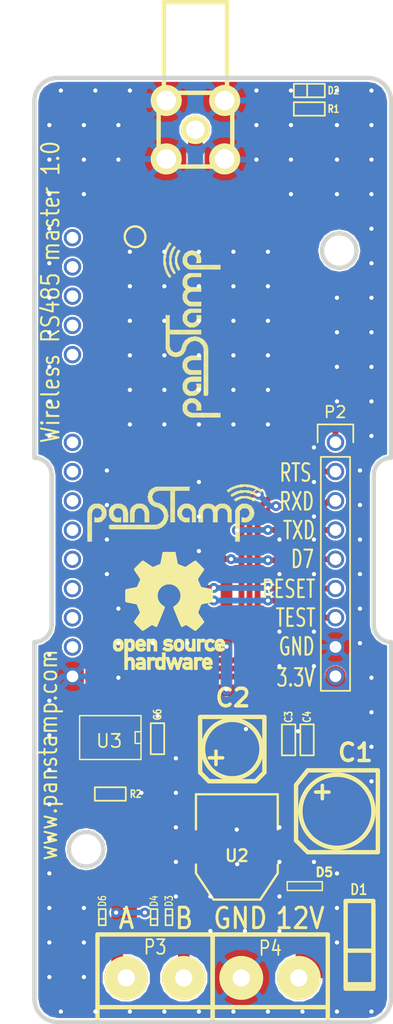
<source format=kicad_pcb>
(kicad_pcb (version 4) (host pcbnew 4.1.0-alpha+201607250104+6992~46~ubuntu14.04.1-product)
  (title_block (title "panStamp RS485 master") (date 2016-07-26) (rev 1.0) (company "panStamp S.L.U."))
  (layers (0 Front signal) (1 Ground power) (2 Power power) (31 Back signal) (34 B.Paste user) (35 F.Paste user) (36 B.SilkS user) (37 F.SilkS user) (38 B.Mask user) (39 F.Mask user) (44 Edge.Cuts user))
  (net 0 "")
  (net 1 /RESET)
  (net 2 GND)
  (net 3 /TEST)
  (net 4 /D7)
  (net 5 "Net-(C1-Pad1)")
  (net 6 +3.3V)
  (net 7 +12V)
  (net 8 "Net-(D2-Pad2)")
  (net 9 /D3)
  (net 10 /RTS)
  (net 11 /RXD)
  (net 12 /TXD)
  (net 13 /RS485_A)
  (net 14 /RS485_B)
  (net 15 "Net-(PS1-Pad23)")
  (net 16 "Net-(PS1-Pad24)")
  (net 17 "Net-(PS1-Pad25)")
  (net 18 "Net-(PS1-Pad31)")
  (net 19 "Net-(P1-Pad1)")
  (net 20 "Net-(P1-Pad2)")
  (net 21 "Net-(P1-Pad3)")
  (net 22 "Net-(P1-Pad4)")
  (net 23 "Net-(P1-Pad5)")
  (net 24 "Net-(P1-Pad6)")
  (net 25 "Net-(P1-Pad7)")
  (net 26 "Net-(P1-Pad8)")
  (net 27 "Net-(P1-Pad9)")
  (net 28 "Net-(P1-Pad10)")
  (net 29 "Net-(P1-Pad11)")
  (net 30 "Net-(P1-Pad12)")
  (net 31 "Net-(P1-Pad13)")
  (net 32 "Net-(PS1-Pad1)")
  (net 33 "Net-(PS1-Pad2)")
  (net 34 "Net-(PS1-Pad3)")
  (net 35 "Net-(PS1-Pad4)")
  (net 36 "Net-(PS1-Pad5)")
  (net 37 "Net-(PS1-Pad6)")
  (net 38 "Net-(PS1-Pad7)")
  (net 39 "Net-(PS1-Pad8)")
  (net 40 "Net-(PS1-Pad9)")
  (net 41 "Net-(PS1-Pad10)")
  (net 42 "Net-(PS1-Pad20)")
  (net 43 "Net-(PS1-Pad21)")
  (net 44 "Net-(PS1-Pad22)")
  (net 45 "Net-(PS1-Pad26)")
  (net 46 "Net-(PS1-Pad27)")
  (module myconnectors:terminal_block_5mm_2P (layer Front) (at 162.2 121.1)
    (fp_text reference P3 (at 0 -2.7 180) (layer F.SilkS) (effects (font (size 1.27 1.016) (thickness 0.1524))))
    (fp_text value CONN_01X02 hide)
    (pad 1 thru_hole circle (at -2.51714 -0.0254) (size 3.81 3.81) (drill 1.4986) (layers *.Cu *.Mask F.SilkS) (net 13 /RS485_A))
    (pad 2 thru_hole circle (at 2.48412 -0.0254) (size 3.81 3.81) (drill 1.4986) (layers *.Cu *.Mask F.SilkS) (net 14 /RS485_B))
  )
  (module myconnectors:terminal_block_5mm_2P (layer Front) (at 172.2 121.1)
    (fp_text reference P4 (at 0 -2.6 180) (layer F.SilkS) (effects (font (size 1.27 1.016) (thickness 0.1524))))
    (fp_text value CONN_01X02 hide)
    (pad 1 thru_hole circle (at -2.51714 -0.0254) (size 3.81 3.81) (drill 1.4986) (layers *.Cu *.Mask F.SilkS) (net 2 GND))
    (pad 2 thru_hole circle (at 2.48412 -0.0254) (size 3.81 3.81) (drill 1.4986) (layers *.Cu *.Mask F.SilkS) (net 7 +12V))
  )
  (module myconnectors:pin_array_1x14 (layer Front) (at 155.01 78.57 270)
    (fp_text reference P1 hide)
    (fp_text value CONN_01X14 hide)
    (pad 1 thru_hole circle (at -21.79 0 270) (size 1.524 1.524) (drill 1.016) (layers *.Cu *.Mask) (net 19 "Net-(P1-Pad1)"))
    (pad 2 thru_hole circle (at -19.25 0 270) (size 1.524 1.524) (drill 1.016) (layers *.Cu *.Mask) (net 20 "Net-(P1-Pad2)"))
    (pad 3 thru_hole circle (at -16.71 0 270) (size 1.524 1.524) (drill 1.016) (layers *.Cu *.Mask) (net 21 "Net-(P1-Pad3)"))
    (pad 4 thru_hole circle (at -14.17 0 270) (size 1.524 1.524) (drill 1.016) (layers *.Cu *.Mask) (net 22 "Net-(P1-Pad4)"))
    (pad 5 thru_hole circle (at -11.63 0 270) (size 1.524 1.524) (drill 1.016) (layers *.Cu *.Mask) (net 23 "Net-(P1-Pad5)"))
    (pad 6 thru_hole circle (at -4.01 0 270) (size 1.524 1.524) (drill 1.016) (layers *.Cu *.Mask) (net 24 "Net-(P1-Pad6)"))
    (pad 7 thru_hole circle (at -1.47 0 270) (size 1.524 1.524) (drill 1.016) (layers *.Cu *.Mask) (net 25 "Net-(P1-Pad7)"))
    (pad 8 thru_hole circle (at 1.07 0 270) (size 1.524 1.524) (drill 1.016) (layers *.Cu *.Mask) (net 26 "Net-(P1-Pad8)"))
    (pad 9 thru_hole circle (at 3.61 0 270) (size 1.524 1.524) (drill 1.016) (layers *.Cu *.Mask) (net 27 "Net-(P1-Pad9)"))
    (pad 10 thru_hole circle (at 6.15 0 270) (size 1.524 1.524) (drill 1.016) (layers *.Cu *.Mask) (net 28 "Net-(P1-Pad10)"))
    (pad 11 thru_hole circle (at 8.69 0 270) (size 1.524 1.524) (drill 1.016) (layers *.Cu *.Mask) (net 29 "Net-(P1-Pad11)"))
    (pad 12 thru_hole circle (at 11.23 0 270) (size 1.524 1.524) (drill 1.016) (layers *.Cu *.Mask) (net 30 "Net-(P1-Pad12)"))
    (pad 13 thru_hole circle (at 13.77 0 270) (size 1.524 1.524) (drill 1.016) (layers *.Cu *.Mask) (net 31 "Net-(P1-Pad13)"))
    (pad 14 thru_hole circle (at 16.31 0 270) (size 1.524 1.524) (drill 1.016) (layers *.Cu *.Mask) (net 2 GND))
  )
  (module mymods:PANSTAMPLOGO (layer Front) (at 162.6 72.4 90)
    (fp_text reference G*** hide)
    (fp_text value PANSTAMPLOGO hide)
  )
  (module mysmd:PANSTAMP_2 (layer Front) (at 165.7 64.7)
    (fp_text reference PS1 hide)
    (fp_text value PANSTAMP_NRG2 hide)
    (pad 1 smd rect (at -8.1 -9) (size 2.2 1.4) (layers Front F.Mask) (net 32 "Net-(PS1-Pad1)"))
    (pad 2 smd rect (at -8.1 -7) (size 2.2 1.4) (layers Front F.Mask) (net 33 "Net-(PS1-Pad2)"))
    (pad 3 smd rect (at -8.1 -5) (size 2.2 1.4) (layers Front F.Mask) (net 34 "Net-(PS1-Pad3)"))
    (pad 4 smd rect (at -8.1 -3) (size 2.2 1.4) (layers Front F.Mask) (net 35 "Net-(PS1-Pad4)"))
    (pad 5 smd rect (at -8.1 -1) (size 2.2 1.4) (layers Front F.Mask) (net 36 "Net-(PS1-Pad5)"))
    (pad 6 smd rect (at -8.1 1) (size 2.2 1.4) (layers Front F.Mask) (net 37 "Net-(PS1-Pad6)"))
    (pad 7 smd rect (at -8.1 3) (size 2.2 1.4) (layers Front F.Mask) (net 38 "Net-(PS1-Pad7)"))
    (pad 8 smd rect (at -8.1 5) (size 2.2 1.4) (layers Front F.Mask) (net 39 "Net-(PS1-Pad8)"))
    (pad 9 smd rect (at -8.1 7) (size 2.2 1.4) (layers Front F.Mask) (net 40 "Net-(PS1-Pad9)"))
    (pad 10 smd rect (at -8.1 9) (size 2.2 1.4) (layers Front F.Mask) (net 41 "Net-(PS1-Pad10)"))
    (pad 11 smd rect (at -6 11.1 90) (size 2.2 1.4) (layers Front F.Mask) (net 3 /TEST))
    (pad 12 smd rect (at -4 11.1 90) (size 2.2 1.4) (layers Front F.Mask) (net 1 /RESET))
    (pad 13 smd rect (at -2 11.1 90) (size 2.2 1.4) (layers Front F.Mask) (net 6 +3.3V))
    (pad 14 smd rect (at 0 11.1 90) (size 2.2 1.4) (layers Front F.Mask) (net 2 GND))
    (pad 15 smd rect (at 2 11.1 90) (size 2.2 1.4) (layers Front F.Mask) (net 4 /D7))
    (pad 16 smd rect (at 4 11.1 90) (size 2.2 1.4) (layers Front F.Mask) (net 12 /TXD))
    (pad 17 smd rect (at 6 11.1 90) (size 2.2 1.4) (layers Front F.Mask) (net 11 /RXD))
    (pad 18 smd rect (at 8.1 9) (size 2.2 1.4) (layers Front F.Mask) (net 10 /RTS))
    (pad 19 smd rect (at 8.1 7) (size 2.2 1.4) (layers Front F.Mask) (net 9 /D3))
    (pad 20 smd rect (at 8.1 5) (size 2.2 1.4) (layers Front F.Mask) (net 42 "Net-(PS1-Pad20)"))
    (pad 21 smd rect (at 8.1 3) (size 2.2 1.4) (layers Front F.Mask) (net 43 "Net-(PS1-Pad21)"))
    (pad 22 smd rect (at 8.1 1) (size 2.2 1.4) (layers Front F.Mask) (net 44 "Net-(PS1-Pad22)"))
    (pad 23 smd rect (at 8.1 -1) (size 2.2 1.4) (layers Front F.Mask) (net 15 "Net-(PS1-Pad23)"))
    (pad 24 smd rect (at 8.1 -3) (size 2.2 1.4) (layers Front F.Mask) (net 16 "Net-(PS1-Pad24)"))
    (pad 25 smd rect (at 8.1 -5) (size 2.2 1.4) (layers Front F.Mask) (net 17 "Net-(PS1-Pad25)"))
    (pad 26 smd rect (at 8.1 -7) (size 2.2 1.4) (layers Front F.Mask) (net 45 "Net-(PS1-Pad26)"))
    (pad 27 smd rect (at 8.1 -9) (size 2.2 1.4) (layers Front F.Mask) (net 46 "Net-(PS1-Pad27)"))
    (pad 28 smd rect (at 6 -11.1 90) (size 2.2 1.4) (layers Front F.Mask) (net 2 GND))
    (pad 29 smd rect (at 4 -11.1 90) (size 2.2 1.4) (layers Front F.Mask) (net 2 GND))
    (pad 30 smd rect (at 2 -11.1 90) (size 2.2 1.4) (layers Front F.Mask) (net 2 GND))
    (pad 31 smd rect (at 0 -11.1 90) (size 2.2 1.4) (layers Front F.Mask) (net 18 "Net-(PS1-Pad31)"))
    (pad 32 smd rect (at -2 -11.1 90) (size 2.2 1.4) (layers Front F.Mask) (net 2 GND))
    (pad 33 smd rect (at -4 -11.1 90) (size 2.2 1.4) (layers Front F.Mask) (net 2 GND))
    (pad 34 smd rect (at -6 -11.1 90) (size 2.2 1.4) (layers Front F.Mask) (net 2 GND))
  )
  (module mysmd:SMDCPOL_6.3 (layer Front) (at 178 106.6)
    (fp_text reference C1 (at 1.6 -5.1) (layer F.SilkS) (effects (font (thickness 0.3048))))
    (fp_text value 47u hide)
    (fp_text user + (at -1.27 -1.778) (layer F.SilkS) (effects (font (thickness 0.3048))))
    (pad 2 smd rect (at 2.286 0) (size 2.79908 1.00076) (layers Front F.Paste F.Mask) (net 2 GND))
    (pad 1 smd rect (at -2.286 0) (size 2.79908 1.00076) (layers Front F.Paste F.Mask) (net 5 "Net-(C1-Pad1)"))
  )
  (module mysmd:SMDCPOL_5 (layer Front) (at 168.9 101.2 90)
    (fp_text reference C2 (at 4.45 0.05 180) (layer F.SilkS) (effects (font (thickness 0.3048))))
    (fp_text value 22u hide)
    (fp_text user + (at -0.762 -1.524 90) (layer F.SilkS) (effects (font (thickness 0.3048))))
    (pad 1 smd rect (at -1.778 0 90) (size 2.49936 1.00076) (layers Front F.Paste F.Mask) (net 6 +3.3V))
    (pad 2 smd rect (at 1.778 0 90) (size 2.49936 1.00076) (layers Front F.Paste F.Mask) (net 2 GND))
  )
  (module mysmd:SM0603S (layer Front) (at 173.8 100.4 90)
    (fp_text reference C3 (at 2 0 90) (layer F.SilkS) (effects (font (size 0.635 0.508) (thickness 0.127))))
    (fp_text value 1u hide)
    (pad 2 smd rect (at 0.7493 0 90) (size 0.7874 0.762) (layers Front F.Paste F.Mask) (net 2 GND))
    (pad 1 smd rect (at -0.7493 0 90) (size 0.7874 0.762) (layers Front F.Paste F.Mask) (net 6 +3.3V))
  )
  (module mysmd:SM0603S (layer Front) (at 175.4 100.4 90)
    (fp_text reference C4 (at 2 0 90) (layer F.SilkS) (effects (font (size 0.635 0.508) (thickness 0.127))))
    (fp_text value 100n hide)
    (pad 2 smd rect (at 0.7493 0 90) (size 0.7874 0.762) (layers Front F.Paste F.Mask) (net 2 GND))
    (pad 1 smd rect (at -0.7493 0 90) (size 0.7874 0.762) (layers Front F.Paste F.Mask) (net 6 +3.3V))
  )
  (module mysmd:SM0603S (layer Front) (at 162.4 100.3 90)
    (fp_text reference C6 (at 2.1 0 90) (layer F.SilkS) (effects (font (size 0.635 0.508) (thickness 0.127))))
    (fp_text value 100n hide)
    (pad 2 smd rect (at 0.7493 0 90) (size 0.7874 0.762) (layers Front F.Paste F.Mask) (net 2 GND))
    (pad 1 smd rect (at -0.7493 0 90) (size 0.7874 0.762) (layers Front F.Paste F.Mask) (net 6 +3.3V))
  )
  (module mysmd:SMA (layer Front) (at 179.9 118.2 270)
    (fp_text reference D1 (at -4.8 0) (layer F.SilkS) (effects (font (size 0.889 0.762) (thickness 0.1524))))
    (fp_text value DIODESCH hide)
    (pad 2 smd rect (at -1.99898 0 270) (size 2.50952 1.70942) (layers Front F.Paste F.Mask) (net 5 "Net-(C1-Pad1)"))
    (pad 1 smd rect (at 1.99898 0 270) (size 2.50952 1.70942) (layers Front F.Paste F.Mask) (net 7 +12V))
  )
  (module mysmd:SM0603S_POL (layer Front) (at 175.6 44 180)
    (fp_text reference D2 (at -2.1 0 180) (layer F.SilkS) (effects (font (size 0.635 0.508) (thickness 0.127))))
    (fp_text value LED hide)
    (pad 1 smd rect (at 0.7493 0 180) (size 0.7874 0.762) (layers Front F.Paste F.Mask) (net 2 GND))
    (pad 2 smd rect (at -0.7493 0 180) (size 0.7874 0.762) (layers Front F.Paste F.Mask) (net 8 "Net-(D2-Pad2)"))
  )
  (module mysmd:SM0603S (layer Front) (at 175.6 45.6)
    (fp_text reference R1 (at 2.1 0) (layer F.SilkS) (effects (font (size 0.635 0.508) (thickness 0.127))))
    (fp_text value 470 hide)
    (pad 2 smd rect (at 0.7493 0) (size 0.7874 0.762) (layers Front F.Paste F.Mask) (net 8 "Net-(D2-Pad2)"))
    (pad 1 smd rect (at -0.7493 0) (size 0.7874 0.762) (layers Front F.Paste F.Mask) (net 46 "Net-(PS1-Pad27)"))
  )
  (module mysmd:SM0603S (layer Front) (at 158.3 105.1)
    (fp_text reference R2 (at 2.2 0) (layer F.SilkS) (effects (font (size 0.635 0.508) (thickness 0.127))))
    (fp_text value 120 hide)
    (pad 2 smd rect (at 0.7493 0) (size 0.7874 0.762) (layers Front F.Paste F.Mask) (net 14 /RS485_B))
    (pad 1 smd rect (at -0.7493 0) (size 0.7874 0.762) (layers Front F.Paste F.Mask) (net 13 /RS485_A))
  )
  (module myconnectors:SMA_RightAngle_Tyco (layer Front) (at 165.7 47.4)
    (fp_text reference U1 hide)
    (fp_text value ANTENNA hide)
    (pad 1 thru_hole circle (at 0 0) (size 2.49936 2.49936) (drill 1.6002) (layers *.Cu *.Mask F.SilkS) (net 18 "Net-(PS1-Pad31)"))
    (pad 2 thru_hole circle (at 2.54 -2.54) (size 2.70002 2.70002) (drill 1.69926) (layers *.Cu *.Mask F.SilkS) (net 2 GND))
    (pad 2 thru_hole circle (at -2.54 -2.54) (size 2.70002 2.70002) (drill 1.69926) (layers *.Cu *.Mask F.SilkS) (net 2 GND))
    (pad 2 thru_hole circle (at -2.54 2.54) (size 2.70002 2.70002) (drill 1.69926) (layers *.Cu *.Mask F.SilkS) (net 2 GND))
    (pad 2 thru_hole circle (at 2.54 2.54) (size 2.70002 2.70002) (drill 1.69926) (layers *.Cu *.Mask F.SilkS) (net 2 GND))
  )
  (module libcms:SOT223 (layer Front) (at 169.3 109.7 180)
    (fp_text reference U2 (at 0 -0.762 180) (layer F.SilkS) (effects (font (size 1.016 1.016) (thickness 0.2032))))
    (fp_text value UA78M33 hide)
    (pad 4 smd rect (at 0 -3.302 180) (size 3.6576 2.032) (layers Front F.Paste F.Mask) (net 2 GND))
    (pad 2 smd rect (at 0 3.302 180) (size 1.016 2.032) (layers Front F.Paste F.Mask) (net 2 GND))
    (pad 3 smd rect (at 2.286 3.302 180) (size 1.016 2.032) (layers Front F.Paste F.Mask) (net 6 +3.3V))
    (pad 1 smd rect (at -2.286 3.302 180) (size 1.016 2.032) (layers Front F.Paste F.Mask) (net 5 "Net-(C1-Pad1)"))
  )
  (module libcms:SO8E (layer Front) (at 158.3 100.2 180)
    (fp_text reference U3 (at 0.1 -0.3 180) (layer F.SilkS) (effects (font (size 1.143 1.143) (thickness 0.1524))))
    (fp_text value MAX487 hide)
    (pad 8 smd rect (at -1.905 -2.667 180) (size 0.59944 1.39954) (layers Front F.Paste F.Mask) (net 6 +3.3V))
    (pad 1 smd rect (at -1.905 2.667 180) (size 0.59944 1.39954) (layers Front F.Paste F.Mask) (net 11 /RXD))
    (pad 7 smd rect (at -0.635 -2.667 180) (size 0.59944 1.39954) (layers Front F.Paste F.Mask) (net 14 /RS485_B))
    (pad 6 smd rect (at 0.635 -2.667 180) (size 0.59944 1.39954) (layers Front F.Paste F.Mask) (net 13 /RS485_A))
    (pad 5 smd rect (at 1.905 -2.667 180) (size 0.59944 1.39954) (layers Front F.Paste F.Mask) (net 2 GND))
    (pad 2 smd rect (at -0.635 2.667 180) (size 0.59944 1.39954) (layers Front F.Paste F.Mask) (net 10 /RTS))
    (pad 3 smd rect (at 0.635 2.667 180) (size 0.59944 1.39954) (layers Front F.Paste F.Mask) (net 10 /RTS))
    (pad 4 smd rect (at 1.905 2.667 180) (size 0.59944 1.39954) (layers Front F.Paste F.Mask) (net 12 /TXD))
  )
  (module Pin_Headers:Pin_Header_Straight_1x09 (layer Front) (at 177.87 74.55)
    (fp_text reference P2 (at -0.02 -2.62) (layer F.SilkS))
    (fp_text value CONN_01X09)
    (pad 1 thru_hole circle (at 0 0) (size 1.524 1.524) (drill 1.016) (layers *.Cu *.Mask) (net 9 /D3))
    (pad 2 thru_hole circle (at 0 2.54) (size 1.524 1.524) (drill 1.016) (layers *.Cu *.Mask) (net 10 /RTS))
    (pad 3 thru_hole circle (at 0 5.08) (size 1.524 1.524) (drill 1.016) (layers *.Cu *.Mask) (net 11 /RXD))
    (pad 4 thru_hole circle (at 0 7.62) (size 1.524 1.524) (drill 1.016) (layers *.Cu *.Mask) (net 12 /TXD))
    (pad 5 thru_hole circle (at 0 10.16) (size 1.524 1.524) (drill 1.016) (layers *.Cu *.Mask) (net 4 /D7))
    (pad 6 thru_hole circle (at 0 12.7) (size 1.524 1.524) (drill 1.016) (layers *.Cu *.Mask) (net 1 /RESET))
    (pad 7 thru_hole circle (at 0 15.24) (size 1.524 1.524) (drill 1.016) (layers *.Cu *.Mask) (net 3 /TEST))
    (pad 8 thru_hole circle (at 0 17.78) (size 1.524 1.524) (drill 1.016) (layers *.Cu *.Mask) (net 2 GND))
    (pad 9 thru_hole circle (at 0 20.32) (size 1.524 1.524) (drill 1.016) (layers *.Cu *.Mask) (net 6 +3.3V))
  )
  (module mysmd:SOT23 (layer Front) (at 175.2 113.1 180)
    (fp_text reference D5 (at -1.7 1.2) (layer F.SilkS) (effects (font (size 0.762 0.762) (thickness 0.1905))))
    (fp_text value D_Schottky_x2_ACom_KKA hide)
    (pad 2 smd rect (at -0.889 -1.016 180) (size 0.9144 0.9144) (layers Front F.Paste F.Mask) (net 7 +12V))
    (pad 1 smd rect (at 0.889 -1.016 180) (size 0.9144 0.9144) (layers Front F.Paste F.Mask) (net 7 +12V))
    (pad 3 smd rect (at 0 1.016 180) (size 0.9144 0.9144) (layers Front F.Paste F.Mask) (net 2 GND))
  )
  (module mymods:PANSTAMPLOGO (layer Front) (at 156.3 77.9)
    (fp_text reference G*** hide)
    (fp_text value PANSTAMPLOGO hide)
  )
  (module mysmd:oshlogo (layer Front) (at 163.4 89.2)
    (fp_text reference G*** hide)
    (fp_text value LOGO hide)
  )
  (module mymods:fiducial (layer Front) (at 153.8 122.5)
    (fp_text reference fiducial hide)
    (fp_text value VAL** hide)
    (pad 1 smd circle (at 0 0) (size 1 1) (layers Front F.Mask) (clearance 0.5))
  )
  (module mymods:fiducial (layer Front) (at 180.3 45.4)
    (fp_text reference fiducial hide)
    (fp_text value VAL** hide)
    (pad 1 smd circle (at 0 0) (size 1 1) (layers Front F.Mask) (clearance 0.5))
  )
  (module mysmd:SOD-923 (layer Front) (at 163.4 115.8 270)
    (fp_text reference D3 (at -1.4 0 270) (layer F.SilkS) (effects (font (size 0.635 0.508) (thickness 0.1016))))
    (fp_text value TVS)
    (pad 1 smd rect (at -0.42 0 270) (size 0.36 0.25) (layers Front F.Paste F.Mask) (net 2 GND))
    (pad 2 smd rect (at 0.42 0 270) (size 0.36 0.25) (layers Front F.Paste F.Mask) (net 14 /RS485_B))
  )
  (module mysmd:SOD-923 (layer Front) (at 162.1 115.8 90)
    (fp_text reference D4 (at 1.4 0 90) (layer F.SilkS) (effects (font (size 0.635 0.508) (thickness 0.1016))))
    (fp_text value TVS)
    (pad 1 smd rect (at -0.42 0 90) (size 0.36 0.25) (layers Front F.Paste F.Mask) (net 14 /RS485_B))
    (pad 2 smd rect (at 0.42 0 90) (size 0.36 0.25) (layers Front F.Paste F.Mask) (net 13 /RS485_A))
  )
  (module mysmd:SOD-923 (layer Front) (at 157.6 115.8 90)
    (fp_text reference D6 (at 1.4 0 90) (layer F.SilkS) (effects (font (size 0.635 0.508) (thickness 0.1016))))
    (fp_text value TVS)
    (pad 1 smd rect (at -0.42 0 90) (size 0.36 0.25) (layers Front F.Paste F.Mask) (net 13 /RS485_A))
    (pad 2 smd rect (at 0.42 0 90) (size 0.36 0.25) (layers Front F.Paste F.Mask) (net 2 GND))
  )
  (gr_text RESET (at 173.8 87.3) (layer F.SilkS) (effects (font (size 1.524 1.016) (thickness 0.1778))))
  (gr_text TEST (at 174.4 89.8) (layer F.SilkS) (effects (font (size 1.524 1.016) (thickness 0.1778))))
  (gr_text RXD (at 174.5 79.7) (layer F.SilkS) (effects (font (size 1.524 1.016) (thickness 0.1778))))
  (gr_text RTS (at 174.4 77.2) (layer F.SilkS) (effects (font (size 1.524 1.016) (thickness 0.1778))))
  (gr_text TXD (at 174.7 82.2) (layer F.SilkS) (effects (font (size 1.524 1.016) (thickness 0.1778))))
  (gr_text D7 (at 175 84.7) (layer F.SilkS) (effects (font (size 1.524 1.016) (thickness 0.1778))))
  (gr_text 3.3V (at 174.4 95) (layer F.SilkS) (effects (font (size 1.524 1.016) (thickness 0.1778))))
  (gr_text GND (at 174.5 92.3) (layer F.SilkS) (effects (font (size 1.524 1.016) (thickness 0.1778))))
  (gr_text A (at 159.7 115.9) (layer F.SilkS) (effects (font (size 1.778 1.524) (thickness 0.254))))
  (gr_text "Wireless RS485 master 1.0" (at 153.1 61.5 90) (layer F.SilkS) (effects (font (size 1.524 1.27) (thickness 0.1778))))
  (gr_text GND (at 169.6 115.9) (layer F.SilkS) (effects (font (size 1.778 1.524) (thickness 0.254))))
  (gr_text 12V (at 174.8 115.9) (layer F.SilkS) (effects (font (size 1.778 1.524) (thickness 0.254))))
  (gr_text B (at 164.7 115.9) (layer F.SilkS) (effects (font (size 1.778 1.524) (thickness 0.254))))
  (gr_circle (center 178.2 57.9) (end 179.7 57.9) (layer Edge.Cuts) (width 0.381))
  (gr_circle (center 156.2 109.9) (end 157.7 109.9) (layer Edge.Cuts) (width 0.381))
  (gr_line (start 151.7 45.1) (end 151.7 44.9) (angle 90) (layer Edge.Cuts) (width 0.381))
  (gr_line (start 182.7 44.9) (end 182.7 45.1) (angle 90) (layer Edge.Cuts) (width 0.381))
  (gr_line (start 182.7 123) (end 182.7 122.7) (angle 90) (layer Edge.Cuts) (width 0.381))
  (gr_line (start 151.7 122.9) (end 151.7 122.7) (angle 90) (layer Edge.Cuts) (width 0.381))
  (gr_line (start 153.7 42.9) (end 180.7 42.9) (angle 90) (layer Edge.Cuts) (width 0.381))
  (gr_line (start 151.7 75.9) (end 151.7 45.1) (angle 90) (layer Edge.Cuts) (width 0.381))
  (gr_line (start 151.7 122.7) (end 151.7 91.9) (angle 90) (layer Edge.Cuts) (width 0.381))
  (gr_line (start 180.7 124.9) (end 153.7 124.9) (angle 90) (layer Edge.Cuts) (width 0.381))
  (gr_line (start 182.7 122.7) (end 182.7 91.9) (angle 90) (layer Edge.Cuts) (width 0.381))
  (gr_line (start 182.7 75.9) (end 182.7 45.1) (angle 90) (layer Edge.Cuts) (width 0.381))
  (gr_line (start 181.2 90.4) (end 181.2 77.4) (angle 90) (layer Edge.Cuts) (width 0.381))
  (gr_line (start 153.2 90.4) (end 153.2 77.4) (angle 90) (layer Edge.Cuts) (width 0.381))
  (gr_arc (start 151.7 90.4) (end 153.2 90.4) (angle 90) (layer Edge.Cuts) (width 0.381))
  (gr_arc (start 151.7 77.4) (end 151.7 75.9) (angle 90) (layer Edge.Cuts) (width 0.381))
  (gr_arc (start 182.7 90.4) (end 182.7 91.9) (angle 90) (layer Edge.Cuts) (width 0.381))
  (gr_arc (start 182.7 77.4) (end 181.2 77.4) (angle 90) (layer Edge.Cuts) (width 0.381))
  (gr_arc (start 153.7 122.9) (end 153.7 124.9) (angle 90) (layer Edge.Cuts) (width 0.381))
  (gr_arc (start 180.7 122.9) (end 182.7 122.9) (angle 90) (layer Edge.Cuts) (width 0.381))
  (gr_arc (start 180.7 44.9) (end 180.7 42.9) (angle 90) (layer Edge.Cuts) (width 0.381))
  (gr_arc (start 153.7 44.9) (end 151.7 44.9) (angle 90) (layer Edge.Cuts) (width 0.381))
  (gr_text www.panstamp.com (at 152.9 101.7 90) (layer F.SilkS) (effects (font (size 1.524 1.27) (thickness 0.1778))))
  (segment (start 161.7 75.8) (end 161.7 86.6) (width 0.508) (layer Front) (net 1))
  (segment (start 172.05 87.25) (end 177.87 87.25) (width 0.508) (layer Front) (net 1))
  (segment (start 172 87.2) (end 172.05 87.25) (width 0.508) (layer Front) (net 1))
  (via (at 172 87.2) (size 0.8763) (drill 0.3683) (layers Front Back) (net 1))
  (segment (start 167.3 87.2) (end 172 87.2) (width 0.508) (layer Back) (net 1))
  (via (at 167.3 87.2) (size 0.8763) (drill 0.3683) (layers Front Back) (net 1))
  (segment (start 162.3 87.2) (end 167.3 87.2) (width 0.508) (layer Front) (net 1))
  (segment (start 161.7 86.6) (end 162.3 87.2) (width 0.508) (layer Front) (net 1))
  (segment (start 169.3 113.002) (end 169.3 111.22) (width 0.508) (layer Front) (net 2))
  (via (at 169.33 111.19) (size 0.8763) (drill 0.3683) (layers Front Back) (net 2))
  (segment (start 169.3 111.22) (end 169.33 111.19) (width 0.508) (layer Front) (net 2))
  (segment (start 153 121) (end 156 121) (width 0.508) (layer Back) (net 2))
  (via (at 153 121) (size 0.8763) (drill 0.3683) (layers Front Back) (net 2))
  (via (at 156 121) (size 0.8763) (drill 0.3683) (layers Front Back) (net 2))
  (segment (start 153 118) (end 156 118) (width 0.508) (layer Back) (net 2))
  (via (at 153 118) (size 0.8763) (drill 0.3683) (layers Front Back) (net 2))
  (via (at 156 118) (size 0.8763) (drill 0.3683) (layers Front Back) (net 2))
  (segment (start 153 115) (end 156 115) (width 0.508) (layer Back) (net 2))
  (via (at 153 115) (size 0.8763) (drill 0.3683) (layers Front Back) (net 2))
  (via (at 156 115) (size 0.8763) (drill 0.3683) (layers Front Back) (net 2))
  (segment (start 158 77) (end 158 80) (width 0.508) (layer Back) (net 2))
  (via (at 158 80) (size 0.8763) (drill 0.3683) (layers Front Back) (net 2))
  (segment (start 158 83) (end 158 86) (width 0.508) (layer Back) (net 2))
  (segment (start 158 88) (end 158 86) (width 0.508) (layer Back) (net 2))
  (via (at 158 86) (size 0.8763) (drill 0.3683) (layers Front Back) (net 2))
  (segment (start 159 89) (end 159 92) (width 0.508) (layer Back) (net 2))
  (via (at 159 92) (size 0.8763) (drill 0.3683) (layers Front Back) (net 2))
  (via (at 159 89) (size 0.8763) (drill 0.3683) (layers Front Back) (net 2))
  (segment (start 159 89) (end 158 88) (width 0.508) (layer Back) (net 2))
  (via (at 158 83) (size 0.8763) (drill 0.3683) (layers Front Back) (net 2))
  (segment (start 158 80) (end 158 83) (width 0.508) (layer Back) (net 2))
  (via (at 158 77) (size 0.8763) (drill 0.3683) (layers Front Back) (net 2))
  (segment (start 181 124) (end 178 124) (width 0.508) (layer Back) (net 2))
  (via (at 178 124) (size 0.8763) (drill 0.3683) (layers Front Back) (net 2))
  (segment (start 175 124) (end 172 124) (width 0.508) (layer Back) (net 2))
  (via (at 172 124) (size 0.8763) (drill 0.3683) (layers Front Back) (net 2))
  (segment (start 169 124) (end 166 124) (width 0.508) (layer Back) (net 2))
  (via (at 166 124) (size 0.8763) (drill 0.3683) (layers Front Back) (net 2))
  (segment (start 163 124) (end 160 124) (width 0.508) (layer Back) (net 2))
  (via (at 160 124) (size 0.8763) (drill 0.3683) (layers Front Back) (net 2))
  (segment (start 157 124) (end 154 124) (width 0.508) (layer Back) (net 2))
  (segment (start 153 123) (end 154 124) (width 0.508) (layer Back) (net 2))
  (via (at 154 124) (size 0.8763) (drill 0.3683) (layers Front Back) (net 2))
  (segment (start 153 121) (end 153 118) (width 0.508) (layer Back) (net 2))
  (segment (start 153 115) (end 153 112) (width 0.508) (layer Back) (net 2))
  (via (at 153 112) (size 0.8763) (drill 0.3683) (layers Front Back) (net 2))
  (segment (start 153 109) (end 153 106) (width 0.508) (layer Back) (net 2))
  (via (at 153 106) (size 0.8763) (drill 0.3683) (layers Front Back) (net 2))
  (segment (start 153 103) (end 153 100) (width 0.508) (layer Back) (net 2))
  (via (at 153 100) (size 0.8763) (drill 0.3683) (layers Front Back) (net 2))
  (via (at 153 97) (size 0.8763) (drill 0.3683) (layers Front Back) (net 2))
  (segment (start 153 100) (end 153 97) (width 0.508) (layer Back) (net 2))
  (via (at 153 103) (size 0.8763) (drill 0.3683) (layers Front Back) (net 2))
  (segment (start 153 106) (end 153 103) (width 0.508) (layer Back) (net 2))
  (via (at 153 109) (size 0.8763) (drill 0.3683) (layers Front Back) (net 2))
  (segment (start 153 112) (end 153 109) (width 0.508) (layer Back) (net 2))
  (segment (start 153 118) (end 153 115) (width 0.508) (layer Back) (net 2))
  (segment (start 153 121) (end 153 123) (width 0.508) (layer Back) (net 2))
  (via (at 157 124) (size 0.8763) (drill 0.3683) (layers Front Back) (net 2))
  (segment (start 160 124) (end 157 124) (width 0.508) (layer Back) (net 2))
  (via (at 163 124) (size 0.8763) (drill 0.3683) (layers Front Back) (net 2))
  (segment (start 166 124) (end 163 124) (width 0.508) (layer Back) (net 2))
  (via (at 169 124) (size 0.8763) (drill 0.3683) (layers Front Back) (net 2))
  (segment (start 172 124) (end 169 124) (width 0.508) (layer Back) (net 2))
  (via (at 175 124) (size 0.8763) (drill 0.3683) (layers Front Back) (net 2))
  (segment (start 178 124) (end 175 124) (width 0.508) (layer Back) (net 2))
  (via (at 181 124) (size 0.8763) (drill 0.3683) (layers Front Back) (net 2))
  (segment (start 153 93) (end 153 97) (width 0.508) (layer Back) (net 2))
  (segment (start 154.12 94.88) (end 153 96) (width 0.508) (layer Back) (net 2))
  (segment (start 153 96) (end 153 97) (width 0.508) (layer Back) (net 2))
  (segment (start 154.12 94.88) (end 155.01 94.88) (width 0.508) (layer Back) (net 2))
  (via (at 153 93) (size 0.8763) (drill 0.3683) (layers Front Back) (net 2))
  (segment (start 165 92) (end 162 92) (width 0.508) (layer Back) (net 2))
  (via (at 162 92) (size 0.8763) (drill 0.3683) (layers Front Back) (net 2))
  (segment (start 159 92) (end 159 95) (width 0.508) (layer Back) (net 2))
  (segment (start 158.88 94.88) (end 159 95) (width 0.508) (layer Back) (net 2))
  (via (at 159 95) (size 0.8763) (drill 0.3683) (layers Front Back) (net 2))
  (segment (start 158.88 94.88) (end 155.01 94.88) (width 0.508) (layer Back) (net 2))
  (segment (start 162 92) (end 159 92) (width 0.508) (layer Back) (net 2))
  (via (at 165 92) (size 0.8763) (drill 0.3683) (layers Front Back) (net 2))
  (segment (start 164 105) (end 161 105) (width 0.508) (layer Back) (net 2))
  (via (at 164 105) (size 0.8763) (drill 0.3683) (layers Front Back) (net 2))
  (via (at 161 105) (size 0.8763) (drill 0.3683) (layers Front Back) (net 2))
  (segment (start 164 102) (end 164 105) (width 0.508) (layer Back) (net 2))
  (segment (start 164 108) (end 164 111) (width 0.508) (layer Back) (net 2))
  (via (at 164 111) (size 0.8763) (drill 0.3683) (layers Front Back) (net 2))
  (segment (start 164 114) (end 167 114) (width 0.508) (layer Back) (net 2))
  (via (at 167 114) (size 0.8763) (drill 0.3683) (layers Front Back) (net 2))
  (segment (start 167 117) (end 170 117) (width 0.508) (layer Back) (net 2))
  (via (at 170 117) (size 0.8763) (drill 0.3683) (layers Front Back) (net 2))
  (segment (start 173 117) (end 173 114) (width 0.508) (layer Back) (net 2))
  (via (at 173 114) (size 0.8763) (drill 0.3683) (layers Front Back) (net 2))
  (via (at 173 111) (size 0.8763) (drill 0.3683) (layers Front Back) (net 2))
  (segment (start 173 114) (end 173 111) (width 0.508) (layer Back) (net 2))
  (via (at 173 117) (size 0.8763) (drill 0.3683) (layers Front Back) (net 2))
  (segment (start 170 117) (end 173 117) (width 0.508) (layer Back) (net 2))
  (via (at 167 117) (size 0.8763) (drill 0.3683) (layers Front Back) (net 2))
  (segment (start 167 114) (end 167 117) (width 0.508) (layer Back) (net 2))
  (via (at 164 114) (size 0.8763) (drill 0.3683) (layers Front Back) (net 2))
  (segment (start 164 111) (end 164 114) (width 0.508) (layer Back) (net 2))
  (via (at 164 108) (size 0.8763) (drill 0.3683) (layers Front Back) (net 2))
  (segment (start 164 105) (end 164 108) (width 0.508) (layer Back) (net 2))
  (via (at 164 102) (size 0.8763) (drill 0.3683) (layers Front Back) (net 2))
  (segment (start 173 108) (end 173 111) (width 0.508) (layer Back) (net 2))
  (segment (start 173 111) (end 176 111) (width 0.508) (layer Back) (net 2))
  (via (at 173 108) (size 0.8763) (drill 0.3683) (layers Front Back) (net 2))
  (segment (start 178 118) (end 178 115) (width 0.508) (layer Back) (net 2))
  (via (at 178 115) (size 0.8763) (drill 0.3683) (layers Front Back) (net 2))
  (segment (start 176 111) (end 177 111) (width 0.508) (layer Back) (net 2))
  (via (at 176 111) (size 0.8763) (drill 0.3683) (layers Front Back) (net 2))
  (segment (start 176 111) (end 175.2 111.8) (width 0.508) (layer Front) (net 2))
  (via (at 178 112) (size 0.8763) (drill 0.3683) (layers Front Back) (net 2))
  (segment (start 177 111) (end 178 112) (width 0.508) (layer Back) (net 2))
  (segment (start 178 115) (end 178 112) (width 0.508) (layer Back) (net 2))
  (via (at 178 118) (size 0.8763) (drill 0.3683) (layers Front Back) (net 2))
  (segment (start 175.2 112.084) (end 175.2 111.8) (width 0.508) (layer Front) (net 2))
  (segment (start 169.3 106.398) (end 169.3 108.18) (width 0.508) (layer Front) (net 2))
  (via (at 169.29 108.19) (size 0.8763) (drill 0.3683) (layers Front Back) (net 2))
  (segment (start 169.3 108.18) (end 169.29 108.19) (width 0.508) (layer Front) (net 2))
  (segment (start 162.4 99.5507) (end 162.4 98.34) (width 0.508) (layer Front) (net 2))
  (via (at 162.41 98.33) (size 0.8763) (drill 0.3683) (layers Front Back) (net 2))
  (segment (start 162.4 98.34) (end 162.41 98.33) (width 0.508) (layer Front) (net 2))
  (segment (start 168.9 99.422) (end 170.052 99.422) (width 0.508) (layer Front) (net 2))
  (via (at 170.09 99.46) (size 0.8763) (drill 0.3683) (layers Front Back) (net 2))
  (segment (start 170.052 99.422) (end 170.09 99.46) (width 0.508) (layer Front) (net 2))
  (via (at 174.61 99.6507) (size 0.8763) (drill 0.3683) (layers Front Back) (net 2))
  (segment (start 174.61 99.6507) (end 174.61 99.64) (width 0.508) (layer Back) (net 2))
  (segment (start 181 104) (end 181 105.886) (width 0.508) (layer Front) (net 2))
  (via (at 181 104) (size 0.8763) (drill 0.3683) (layers Front Back) (net 2))
  (segment (start 181 101) (end 181 98) (width 0.508) (layer Back) (net 2))
  (via (at 181 98) (size 0.8763) (drill 0.3683) (layers Front Back) (net 2))
  (segment (start 180 92) (end 180 93) (width 0.508) (layer Back) (net 2))
  (via (at 180 92) (size 0.8763) (drill 0.3683) (layers Front Back) (net 2))
  (segment (start 180 89) (end 180 86) (width 0.508) (layer Back) (net 2))
  (via (at 180 86) (size 0.8763) (drill 0.3683) (layers Front Back) (net 2))
  (segment (start 180 83) (end 180 80) (width 0.508) (layer Back) (net 2))
  (via (at 180 80) (size 0.8763) (drill 0.3683) (layers Front Back) (net 2))
  (segment (start 181 74) (end 180 75) (width 0.508) (layer Back) (net 2))
  (via (at 181 74) (size 0.8763) (drill 0.3683) (layers Front Back) (net 2))
  (segment (start 181 71) (end 178 71) (width 0.508) (layer Back) (net 2))
  (via (at 178 71) (size 0.8763) (drill 0.3683) (layers Front Back) (net 2))
  (segment (start 178 68) (end 181 68) (width 0.508) (layer Back) (net 2))
  (via (at 181 68) (size 0.8763) (drill 0.3683) (layers Front Back) (net 2))
  (segment (start 181 65) (end 178 65) (width 0.508) (layer Back) (net 2))
  (via (at 178 65) (size 0.8763) (drill 0.3683) (layers Front Back) (net 2))
  (segment (start 178 62) (end 181 62) (width 0.508) (layer Back) (net 2))
  (via (at 181 62) (size 0.8763) (drill 0.3683) (layers Front Back) (net 2))
  (segment (start 181 59) (end 181 56) (width 0.508) (layer Back) (net 2))
  (via (at 181 56) (size 0.8763) (drill 0.3683) (layers Front Back) (net 2))
  (via (at 181 53) (size 0.8763) (drill 0.3683) (layers Front Back) (net 2))
  (segment (start 181 53) (end 181 56) (width 0.508) (layer Back) (net 2))
  (via (at 181 59) (size 0.8763) (drill 0.3683) (layers Front Back) (net 2))
  (segment (start 181 62) (end 181 59) (width 0.508) (layer Back) (net 2))
  (via (at 178 62) (size 0.8763) (drill 0.3683) (layers Front Back) (net 2))
  (segment (start 178 65) (end 178 62) (width 0.508) (layer Back) (net 2))
  (via (at 181 65) (size 0.8763) (drill 0.3683) (layers Front Back) (net 2))
  (segment (start 181 68) (end 181 65) (width 0.508) (layer Back) (net 2))
  (via (at 178 68) (size 0.8763) (drill 0.3683) (layers Front Back) (net 2))
  (segment (start 178 71) (end 178 68) (width 0.508) (layer Back) (net 2))
  (via (at 181 71) (size 0.8763) (drill 0.3683) (layers Front Back) (net 2))
  (segment (start 181 74) (end 181 71) (width 0.508) (layer Back) (net 2))
  (via (at 180 77) (size 0.8763) (drill 0.3683) (layers Front Back) (net 2))
  (segment (start 180 75) (end 180 77) (width 0.508) (layer Back) (net 2))
  (segment (start 180 80) (end 180 77) (width 0.508) (layer Back) (net 2))
  (via (at 180 83) (size 0.8763) (drill 0.3683) (layers Front Back) (net 2))
  (segment (start 180 86) (end 180 83) (width 0.508) (layer Back) (net 2))
  (via (at 180 89) (size 0.8763) (drill 0.3683) (layers Front Back) (net 2))
  (segment (start 180 92) (end 180 89) (width 0.508) (layer Back) (net 2))
  (via (at 181 95) (size 0.8763) (drill 0.3683) (layers Front Back) (net 2))
  (segment (start 181 94) (end 181 95) (width 0.508) (layer Back) (net 2))
  (segment (start 180 93) (end 181 94) (width 0.508) (layer Back) (net 2))
  (segment (start 181 98) (end 181 95) (width 0.508) (layer Back) (net 2))
  (via (at 181 101) (size 0.8763) (drill 0.3683) (layers Front Back) (net 2))
  (segment (start 181 104) (end 181 101) (width 0.508) (layer Back) (net 2))
  (segment (start 181 105.886) (end 180.286 106.6) (width 0.508) (layer Front) (net 2))
  (segment (start 176 75) (end 176 78) (width 0.508) (layer Back) (net 2))
  (via (at 176 78) (size 0.8763) (drill 0.3683) (layers Front Back) (net 2))
  (segment (start 176 81) (end 176 83) (width 0.508) (layer Back) (net 2))
  (via (at 176 83) (size 0.8763) (drill 0.3683) (layers Front Back) (net 2))
  (via (at 176 81) (size 0.8763) (drill 0.3683) (layers Front Back) (net 2))
  (segment (start 176 78) (end 176 81) (width 0.508) (layer Back) (net 2))
  (via (at 176 75) (size 0.8763) (drill 0.3683) (layers Front Back) (net 2))
  (segment (start 173 83) (end 176 83) (width 0.508) (layer Back) (net 2))
  (via (at 176 86) (size 0.8763) (drill 0.3683) (layers Front Back) (net 2))
  (segment (start 176 83) (end 176 86) (width 0.508) (layer Back) (net 2))
  (via (at 173 83) (size 0.8763) (drill 0.3683) (layers Front Back) (net 2))
  (segment (start 173 86) (end 176 86) (width 0.508) (layer Back) (net 2))
  (segment (start 176 91) (end 173 91) (width 0.508) (layer Back) (net 2))
  (via (at 173 91) (size 0.8763) (drill 0.3683) (layers Front Back) (net 2))
  (segment (start 173 94) (end 176 94) (width 0.508) (layer Back) (net 2))
  (segment (start 176.67 92.33) (end 176 93) (width 0.508) (layer Back) (net 2))
  (segment (start 176 93) (end 176 94) (width 0.508) (layer Back) (net 2))
  (via (at 176 94) (size 0.8763) (drill 0.3683) (layers Front Back) (net 2))
  (segment (start 176.67 92.33) (end 177.87 92.33) (width 0.508) (layer Back) (net 2))
  (via (at 173 94) (size 0.8763) (drill 0.3683) (layers Front Back) (net 2))
  (segment (start 173 91) (end 173 94) (width 0.508) (layer Back) (net 2))
  (via (at 176 91) (size 0.8763) (drill 0.3683) (layers Front Back) (net 2))
  (segment (start 176 86) (end 176 91) (width 0.508) (layer Back) (net 2))
  (via (at 173 86) (size 0.8763) (drill 0.3683) (layers Front Back) (net 2))
  (segment (start 166 84) (end 166 81) (width 0.508) (layer Back) (net 2))
  (via (at 166 81) (size 0.8763) (drill 0.3683) (layers Front Back) (net 2))
  (segment (start 165.7 77.7) (end 165.7 75.8) (width 0.508) (layer Front) (net 2))
  (via (at 166 78) (size 0.8763) (drill 0.3683) (layers Front Back) (net 2))
  (segment (start 165.7 77.7) (end 166 78) (width 0.508) (layer Front) (net 2))
  (segment (start 166 81) (end 166 78) (width 0.508) (layer Back) (net 2))
  (via (at 166 84) (size 0.8763) (drill 0.3683) (layers Front Back) (net 2))
  (segment (start 172 58) (end 169 58) (width 0.508) (layer Back) (net 2))
  (via (at 169 58) (size 0.8763) (drill 0.3683) (layers Front Back) (net 2))
  (segment (start 166 58) (end 163 58) (width 0.508) (layer Back) (net 2))
  (via (at 163 58) (size 0.8763) (drill 0.3683) (layers Front Back) (net 2))
  (segment (start 160 58) (end 160 61) (width 0.508) (layer Back) (net 2))
  (via (at 160 61) (size 0.8763) (drill 0.3683) (layers Front Back) (net 2))
  (segment (start 163 61) (end 166 61) (width 0.508) (layer Back) (net 2))
  (via (at 166 61) (size 0.8763) (drill 0.3683) (layers Front Back) (net 2))
  (segment (start 169 61) (end 172 61) (width 0.508) (layer Back) (net 2))
  (via (at 172 61) (size 0.8763) (drill 0.3683) (layers Front Back) (net 2))
  (segment (start 172 64) (end 169 64) (width 0.508) (layer Back) (net 2))
  (via (at 169 64) (size 0.8763) (drill 0.3683) (layers Front Back) (net 2))
  (segment (start 166 64) (end 163 64) (width 0.508) (layer Back) (net 2))
  (via (at 163 64) (size 0.8763) (drill 0.3683) (layers Front Back) (net 2))
  (segment (start 160 64) (end 160 67) (width 0.508) (layer Back) (net 2))
  (via (at 160 67) (size 0.8763) (drill 0.3683) (layers Front Back) (net 2))
  (segment (start 163 67) (end 166 67) (width 0.508) (layer Back) (net 2))
  (via (at 166 67) (size 0.8763) (drill 0.3683) (layers Front Back) (net 2))
  (segment (start 169 67) (end 172 67) (width 0.508) (layer Back) (net 2))
  (via (at 172 67) (size 0.8763) (drill 0.3683) (layers Front Back) (net 2))
  (segment (start 172 70) (end 169 70) (width 0.508) (layer Back) (net 2))
  (via (at 169 70) (size 0.8763) (drill 0.3683) (layers Front Back) (net 2))
  (segment (start 166 70) (end 163 70) (width 0.508) (layer Back) (net 2))
  (via (at 163 70) (size 0.8763) (drill 0.3683) (layers Front Back) (net 2))
  (segment (start 160 70) (end 160 73) (width 0.508) (layer Back) (net 2))
  (via (at 160 73) (size 0.8763) (drill 0.3683) (layers Front Back) (net 2))
  (segment (start 163 73) (end 166 73) (width 0.508) (layer Back) (net 2))
  (via (at 163 73) (size 0.8763) (drill 0.3683) (layers Front Back) (net 2))
  (segment (start 160 73) (end 163 73) (width 0.508) (layer Back) (net 2))
  (via (at 160 70) (size 0.8763) (drill 0.3683) (layers Front Back) (net 2))
  (segment (start 163 70) (end 160 70) (width 0.508) (layer Back) (net 2))
  (via (at 166 70) (size 0.8763) (drill 0.3683) (layers Front Back) (net 2))
  (segment (start 169 70) (end 166 70) (width 0.508) (layer Back) (net 2))
  (via (at 172 70) (size 0.8763) (drill 0.3683) (layers Front Back) (net 2))
  (segment (start 172 67) (end 172 70) (width 0.508) (layer Back) (net 2))
  (via (at 169 67) (size 0.8763) (drill 0.3683) (layers Front Back) (net 2))
  (segment (start 166 67) (end 169 67) (width 0.508) (layer Back) (net 2))
  (via (at 163 67) (size 0.8763) (drill 0.3683) (layers Front Back) (net 2))
  (segment (start 160 67) (end 163 67) (width 0.508) (layer Back) (net 2))
  (via (at 160 64) (size 0.8763) (drill 0.3683) (layers Front Back) (net 2))
  (segment (start 163 64) (end 160 64) (width 0.508) (layer Back) (net 2))
  (via (at 166 64) (size 0.8763) (drill 0.3683) (layers Front Back) (net 2))
  (segment (start 169 64) (end 166 64) (width 0.508) (layer Back) (net 2))
  (via (at 172 64) (size 0.8763) (drill 0.3683) (layers Front Back) (net 2))
  (segment (start 172 61) (end 172 64) (width 0.508) (layer Back) (net 2))
  (via (at 169 61) (size 0.8763) (drill 0.3683) (layers Front Back) (net 2))
  (segment (start 166 61) (end 169 61) (width 0.508) (layer Back) (net 2))
  (via (at 163 61) (size 0.8763) (drill 0.3683) (layers Front Back) (net 2))
  (segment (start 160 61) (end 163 61) (width 0.508) (layer Back) (net 2))
  (via (at 160 58) (size 0.8763) (drill 0.3683) (layers Front Back) (net 2))
  (segment (start 163 58) (end 160 58) (width 0.508) (layer Back) (net 2))
  (via (at 166 58) (size 0.8763) (drill 0.3683) (layers Front Back) (net 2))
  (segment (start 169 58) (end 166 58) (width 0.508) (layer Back) (net 2))
  (via (at 172 58) (size 0.8763) (drill 0.3683) (layers Front Back) (net 2))
  (segment (start 172 73) (end 169 73) (width 0.508) (layer Back) (net 2))
  (via (at 169 73) (size 0.8763) (drill 0.3683) (layers Front Back) (net 2))
  (segment (start 165.7 73.3) (end 165.7 75.8) (width 0.508) (layer Front) (net 2))
  (via (at 166 73) (size 0.8763) (drill 0.3683) (layers Front Back) (net 2))
  (segment (start 165.7 73.3) (end 166 73) (width 0.508) (layer Front) (net 2))
  (segment (start 169 73) (end 166 73) (width 0.508) (layer Back) (net 2))
  (via (at 172 73) (size 0.8763) (drill 0.3683) (layers Front Back) (net 2))
  (segment (start 174 50) (end 174 53) (width 0.508) (layer Back) (net 2))
  (via (at 174 50) (size 0.8763) (drill 0.3683) (layers Front Back) (net 2))
  (via (at 174 53) (size 0.8763) (drill 0.3683) (layers Front Back) (net 2))
  (segment (start 168.3 50) (end 171 50) (width 0.508) (layer Back) (net 2))
  (via (at 171 50) (size 0.8763) (drill 0.3683) (layers Front Back) (net 2))
  (segment (start 174 50) (end 174 47) (width 0.508) (layer Back) (net 2))
  (via (at 174 47) (size 0.8763) (drill 0.3683) (layers Front Back) (net 2))
  (segment (start 171 47) (end 171 44) (width 0.508) (layer Back) (net 2))
  (via (at 171 44) (size 0.8763) (drill 0.3683) (layers Front Back) (net 2))
  (segment (start 174 44) (end 171 44) (width 0.508) (layer Back) (net 2))
  (segment (start 170.14 44.86) (end 171 44) (width 0.508) (layer Back) (net 2))
  (segment (start 170.14 44.86) (end 168.24 44.86) (width 0.508) (layer Back) (net 2))
  (via (at 171 47) (size 0.8763) (drill 0.3683) (layers Front Back) (net 2))
  (segment (start 174 47) (end 171 47) (width 0.508) (layer Back) (net 2))
  (segment (start 171 50) (end 174 50) (width 0.508) (layer Back) (net 2))
  (segment (start 168.3 50) (end 168.24 49.94) (width 0.508) (layer Back) (net 2))
  (segment (start 178 53) (end 181 53) (width 0.508) (layer Back) (net 2))
  (segment (start 181 50) (end 178 50) (width 0.508) (layer Back) (net 2))
  (via (at 178 50) (size 0.8763) (drill 0.3683) (layers Front Back) (net 2))
  (segment (start 178 47) (end 181 47) (width 0.508) (layer Back) (net 2))
  (via (at 181 47) (size 0.8763) (drill 0.3683) (layers Front Back) (net 2))
  (via (at 181 44) (size 0.8763) (drill 0.3683) (layers Front Back) (net 2))
  (segment (start 181 47) (end 181 44) (width 0.508) (layer Back) (net 2))
  (via (at 178 47) (size 0.8763) (drill 0.3683) (layers Front Back) (net 2))
  (segment (start 178 50) (end 178 47) (width 0.508) (layer Back) (net 2))
  (via (at 181 50) (size 0.8763) (drill 0.3683) (layers Front Back) (net 2))
  (segment (start 181 53) (end 181 50) (width 0.508) (layer Back) (net 2))
  (via (at 178 53) (size 0.8763) (drill 0.3683) (layers Front Back) (net 2))
  (segment (start 178 44) (end 181 44) (width 0.508) (layer Back) (net 2))
  (segment (start 181 44) (end 174 44) (width 0.508) (layer Back) (net 2))
  (via (at 178 44) (size 0.8763) (drill 0.3683) (layers Front Back) (net 2))
  (segment (start 174.8507 44) (end 174 44) (width 0.508) (layer Front) (net 2))
  (via (at 174 44) (size 0.8763) (drill 0.3683) (layers Front Back) (net 2))
  (segment (start 153 74) (end 153 71) (width 0.508) (layer Back) (net 2))
  (via (at 153 71) (size 0.8763) (drill 0.3683) (layers Front Back) (net 2))
  (segment (start 153 68) (end 153 65) (width 0.508) (layer Back) (net 2))
  (via (at 153 65) (size 0.8763) (drill 0.3683) (layers Front Back) (net 2))
  (segment (start 153 62) (end 153 59) (width 0.508) (layer Back) (net 2))
  (via (at 153 59) (size 0.8763) (drill 0.3683) (layers Front Back) (net 2))
  (segment (start 153 56) (end 153 53) (width 0.508) (layer Back) (net 2))
  (via (at 153 53) (size 0.8763) (drill 0.3683) (layers Front Back) (net 2))
  (via (at 153 56) (size 0.8763) (drill 0.3683) (layers Front Back) (net 2))
  (segment (start 153 59) (end 153 56) (width 0.508) (layer Back) (net 2))
  (via (at 153 62) (size 0.8763) (drill 0.3683) (layers Front Back) (net 2))
  (segment (start 153 65) (end 153 62) (width 0.508) (layer Back) (net 2))
  (via (at 153 68) (size 0.8763) (drill 0.3683) (layers Front Back) (net 2))
  (segment (start 153 71) (end 153 68) (width 0.508) (layer Back) (net 2))
  (via (at 153 74) (size 0.8763) (drill 0.3683) (layers Front Back) (net 2))
  (segment (start 156 53) (end 153 53) (width 0.508) (layer Back) (net 2))
  (via (at 159 50) (size 0.8763) (drill 0.3683) (layers Front Back) (net 2))
  (segment (start 153 50) (end 156 50) (width 0.508) (layer Back) (net 2))
  (via (at 156 50) (size 0.8763) (drill 0.3683) (layers Front Back) (net 2))
  (segment (start 156 50) (end 159 50) (width 0.508) (layer Back) (net 2))
  (via (at 153 50) (size 0.8763) (drill 0.3683) (layers Front Back) (net 2))
  (segment (start 153 53) (end 153 50) (width 0.508) (layer Back) (net 2))
  (via (at 156 53) (size 0.8763) (drill 0.3683) (layers Front Back) (net 2))
  (segment (start 159 50) (end 159 47) (width 0.508) (layer Back) (net 2))
  (via (at 159 47) (size 0.8763) (drill 0.3683) (layers Front Back) (net 2))
  (segment (start 156 47) (end 153 47) (width 0.508) (layer Back) (net 2))
  (segment (start 154 46) (end 153 47) (width 0.508) (layer Back) (net 2))
  (via (at 153 47) (size 0.8763) (drill 0.3683) (layers Front Back) (net 2))
  (segment (start 154 44) (end 157 44) (width 0.508) (layer Back) (net 2))
  (via (at 157 44) (size 0.8763) (drill 0.3683) (layers Front Back) (net 2))
  (segment (start 160.86 44.86) (end 163.16 44.86) (width 1.27) (layer Back) (net 2))
  (via (at 160 44) (size 0.8763) (drill 0.3683) (layers Front Back) (net 2))
  (segment (start 160.86 44.86) (end 160 44) (width 1.27) (layer Back) (net 2))
  (segment (start 157 44) (end 160 44) (width 0.508) (layer Back) (net 2))
  (via (at 154 44) (size 0.8763) (drill 0.3683) (layers Front Back) (net 2))
  (segment (start 154 44) (end 154 46) (width 0.508) (layer Back) (net 2))
  (via (at 156 47) (size 0.8763) (drill 0.3683) (layers Front Back) (net 2))
  (segment (start 159 47) (end 156 47) (width 0.508) (layer Back) (net 2))
  (segment (start 159.06 49.94) (end 163.16 49.94) (width 0.508) (layer Back) (net 2))
  (segment (start 159.06 49.94) (end 159 50) (width 0.508) (layer Back) (net 2))
  (segment (start 173.8 99.6507) (end 174.61 99.6507) (width 0.762) (layer Front) (net 2))
  (segment (start 174.61 99.6507) (end 175.4 99.6507) (width 0.762) (layer Front) (net 2))
  (segment (start 156.395 102.867) (end 156.395 100.305) (width 0.762) (layer Front) (net 2))
  (segment (start 157 99.7) (end 162.2507 99.7) (width 0.762) (layer Front) (net 2))
  (segment (start 156.395 100.305) (end 157 99.7) (width 0.762) (layer Front) (net 2))
  (segment (start 162.2507 99.7) (end 162.4 99.5507) (width 0.762) (layer Front) (net 2))
  (segment (start 159.7 75.8) (end 159.7 87.6) (width 0.508) (layer Front) (net 3))
  (segment (start 176.99 89.79) (end 177.87 89.79) (width 0.508) (layer Front) (net 3))
  (segment (start 176.7 89.5) (end 176.99 89.79) (width 0.508) (layer Front) (net 3))
  (segment (start 176.7 88.8) (end 176.7 89.5) (width 0.508) (layer Front) (net 3))
  (segment (start 176.2 88.3) (end 176.7 88.8) (width 0.508) (layer Front) (net 3))
  (segment (start 172.3 88.3) (end 176.2 88.3) (width 0.508) (layer Front) (net 3))
  (segment (start 172 88.3) (end 172.3 88.3) (width 0.508) (layer Front) (net 3))
  (via (at 172 88.3) (size 0.8763) (drill 0.3683) (layers Front Back) (net 3))
  (segment (start 167.3 88.3) (end 172 88.3) (width 0.508) (layer Back) (net 3))
  (via (at 167.3 88.3) (size 0.8763) (drill 0.3683) (layers Front Back) (net 3))
  (segment (start 160.4 88.3) (end 167.3 88.3) (width 0.508) (layer Front) (net 3))
  (segment (start 159.7 87.6) (end 160.4 88.3) (width 0.508) (layer Front) (net 3))
  (segment (start 167.7 75.8) (end 167.7 84.1) (width 0.508) (layer Front) (net 4))
  (segment (start 176.89 84.71) (end 177.87 84.71) (width 0.508) (layer Front) (net 4))
  (segment (start 176.8 84.8) (end 176.89 84.71) (width 0.508) (layer Front) (net 4))
  (segment (start 176.7 84.8) (end 176.8 84.8) (width 0.508) (layer Front) (net 4))
  (segment (start 176.1 84.8) (end 176.7 84.8) (width 0.508) (layer Front) (net 4))
  (segment (start 172 84.8) (end 176.1 84.8) (width 0.508) (layer Front) (net 4))
  (via (at 172 84.8) (size 0.8763) (drill 0.3683) (layers Front Back) (net 4))
  (segment (start 168.9 84.8) (end 172 84.8) (width 0.508) (layer Back) (net 4))
  (segment (start 168.8 84.7) (end 168.9 84.8) (width 0.508) (layer Back) (net 4))
  (via (at 168.8 84.7) (size 0.8763) (drill 0.3683) (layers Front Back) (net 4))
  (segment (start 168.3 84.7) (end 168.8 84.7) (width 0.508) (layer Front) (net 4))
  (segment (start 167.7 84.1) (end 168.3 84.7) (width 0.508) (layer Front) (net 4))
  (segment (start 171.586 106.398) (end 175.512 106.398) (width 1.778) (layer Front) (net 5))
  (segment (start 175.512 106.398) (end 175.714 106.6) (width 1.778) (layer Front) (net 5))
  (segment (start 179.9 116.20102) (end 179.9 110.8) (width 1.778) (layer Front) (net 5))
  (segment (start 175.714 108.814) (end 175.714 106.6) (width 1.778) (layer Front) (net 5))
  (segment (start 176.2 109.3) (end 175.714 108.814) (width 1.778) (layer Front) (net 5))
  (segment (start 178.4 109.3) (end 176.2 109.3) (width 1.778) (layer Front) (net 5))
  (segment (start 179.9 110.8) (end 178.4 109.3) (width 1.778) (layer Front) (net 5))
  (segment (start 169.9 96.1) (end 164.8 96.1) (width 1.016) (layer Front) (net 6))
  (segment (start 163.2507 101.0493) (end 162.4 101.0493) (width 1.016) (layer Front) (net 6))
  (segment (start 164 100.3) (end 163.2507 101.0493) (width 1.016) (layer Front) (net 6))
  (segment (start 164 96.9) (end 164 100.3) (width 1.016) (layer Front) (net 6))
  (segment (start 164.8 96.1) (end 164 96.9) (width 1.016) (layer Front) (net 6))
  (segment (start 163.7 75.8) (end 163.7 85.1) (width 1.016) (layer Front) (net 6))
  (segment (start 168.5 96.1) (end 169.9 96.1) (width 1.016) (layer Front) (net 6))
  (segment (start 169.9 96.1) (end 177.87 96.1) (width 1.016) (layer Front) (net 6))
  (segment (start 168.4 96) (end 168.5 96.1) (width 1.016) (layer Front) (net 6))
  (via (at 168.4 96) (size 0.8763) (drill 0.3683) (layers Front Back) (net 6))
  (segment (start 168.4 92.3) (end 168.4 96) (width 1.016) (layer Back) (net 6))
  (via (at 168.4 92.3) (size 0.8763) (drill 0.3683) (layers Front Back) (net 6))
  (segment (start 168.4 86.6) (end 168.4 92.3) (width 1.016) (layer Front) (net 6))
  (segment (start 167.9 86.1) (end 168.4 86.6) (width 1.016) (layer Front) (net 6))
  (segment (start 164.7 86.1) (end 167.9 86.1) (width 1.016) (layer Front) (net 6))
  (segment (start 163.7 85.1) (end 164.7 86.1) (width 1.016) (layer Front) (net 6))
  (segment (start 177.87 96.1) (end 177.8 96.1) (width 1.016) (layer Front) (net 6))
  (segment (start 177.8 96.1) (end 177.87 96.1) (width 1.016) (layer Front) (net 6))
  (segment (start 160.205 102.867) (end 160.205 101.495) (width 0.762) (layer Front) (net 6))
  (segment (start 160.205 101.495) (end 160.6507 101.0493) (width 0.762) (layer Front) (net 6))
  (segment (start 160.6507 101.0493) (end 162.4 101.0493) (width 0.762) (layer Front) (net 6))
  (segment (start 175.4 101.1493) (end 175.4 102.978) (width 1.016) (layer Front) (net 6))
  (segment (start 175.3 102.7) (end 175.3 102.978) (width 1.016) (layer Front) (net 6))
  (segment (start 175.3 102.878) (end 175.3 102.7) (width 1.016) (layer Front) (net 6))
  (segment (start 175.4 102.978) (end 175.3 102.878) (width 1.016) (layer Front) (net 6))
  (segment (start 173.8 101.1493) (end 173.8 101.9) (width 1.016) (layer Front) (net 6))
  (segment (start 173.8 101.9) (end 172.722 102.978) (width 1.016) (layer Front) (net 6))
  (segment (start 168.9 102.978) (end 172.722 102.978) (width 1.778) (layer Front) (net 6))
  (segment (start 172.722 102.978) (end 175.3 102.978) (width 1.778) (layer Front) (net 6))
  (segment (start 175.3 102.978) (end 177.122 102.978) (width 1.778) (layer Front) (net 6))
  (segment (start 177.87 102.23) (end 177.87 96.1) (width 1.778) (layer Front) (net 6))
  (segment (start 177.87 96.1) (end 177.87 94.87) (width 1.778) (layer Front) (net 6))
  (segment (start 177.122 102.978) (end 177.87 102.23) (width 1.778) (layer Front) (net 6))
  (segment (start 167.014 106.398) (end 167.014 103.886) (width 1.778) (layer Front) (net 6))
  (segment (start 167.922 102.978) (end 168.9 102.978) (width 1.778) (layer Front) (net 6))
  (segment (start 167.014 103.886) (end 167.922 102.978) (width 1.778) (layer Front) (net 6))
  (segment (start 175.3 114.116) (end 175.3 120.45872) (width 1.778) (layer Front) (net 7))
  (segment (start 175.3 120.45872) (end 174.68412 121.0746) (width 1.778) (layer Front) (net 7))
  (segment (start 174.311 114.116) (end 175.3 114.116) (width 1.27) (layer Front) (net 7))
  (segment (start 175.3 114.116) (end 176.089 114.116) (width 1.27) (layer Front) (net 7))
  (segment (start 179.9 120.19898) (end 175.55974 120.19898) (width 1.778) (layer Front) (net 7))
  (segment (start 175.55974 120.19898) (end 174.68412 121.0746) (width 1.778) (layer Front) (net 7))
  (segment (start 176.3493 45.6) (end 176.3493 44) (width 0.508) (layer Front) (net 8))
  (segment (start 177.87 74.55) (end 177.87 72.37) (width 0.508) (layer Front) (net 9))
  (segment (start 177.2 71.7) (end 173.8 71.7) (width 0.508) (layer Front) (net 9))
  (segment (start 177.87 72.37) (end 177.2 71.7) (width 0.508) (layer Front) (net 9))
  (segment (start 171.1 84.3) (end 171.1 80.4) (width 0.508) (layer Front) (net 10))
  (segment (start 171.1 80.4) (end 171.6 79.9) (width 0.508) (layer Front) (net 10))
  (segment (start 172.3 79.2) (end 172.4 79.2) (width 0.508) (layer Front) (net 10))
  (segment (start 173.8 78.8) (end 173.8 78.1) (width 0.508) (layer Front) (net 10))
  (segment (start 173.4 79.2) (end 173.8 78.8) (width 0.508) (layer Front) (net 10))
  (segment (start 173.8 78.1) (end 173.8 77.5) (width 0.508) (layer Front) (net 10))
  (segment (start 172.4 79.2) (end 173.4 79.2) (width 0.508) (layer Front) (net 10))
  (segment (start 171.6 79.9) (end 172.3 79.2) (width 0.508) (layer Front) (net 10))
  (segment (start 170.3 94.9) (end 170.5 94.9) (width 0.508) (layer Front) (net 10))
  (segment (start 171.1 94.3) (end 171.1 84.3) (width 0.508) (layer Front) (net 10))
  (segment (start 170.5 94.9) (end 171.1 94.3) (width 0.508) (layer Front) (net 10))
  (segment (start 177.87 77.09) (end 174.21 77.09) (width 0.508) (layer Front) (net 10))
  (segment (start 174.21 77.09) (end 173.8 77.5) (width 0.508) (layer Front) (net 10))
  (segment (start 158.935 97.533) (end 158.935 98.335) (width 0.508) (layer Front) (net 10))
  (segment (start 173.8 77.5) (end 173.8 73.7) (width 0.508) (layer Front) (net 10))
  (segment (start 161.8 94.9) (end 170.3 94.9) (width 0.508) (layer Front) (net 10))
  (segment (start 161.3 95.4) (end 161.8 94.9) (width 0.508) (layer Front) (net 10))
  (segment (start 161.3 98.3) (end 161.3 95.4) (width 0.508) (layer Front) (net 10))
  (segment (start 160.9 98.7) (end 161.3 98.3) (width 0.508) (layer Front) (net 10))
  (segment (start 159.3 98.7) (end 160.9 98.7) (width 0.508) (layer Front) (net 10))
  (segment (start 158.935 98.335) (end 159.3 98.7) (width 0.508) (layer Front) (net 10))
  (segment (start 158.935 97.533) (end 157.665 97.533) (width 0.508) (layer Front) (net 10))
  (segment (start 170.4 79.1) (end 171.2 79.1) (width 0.508) (layer Front) (net 11))
  (segment (start 176.8 80.1) (end 177.27 79.63) (width 0.508) (layer Front) (net 11))
  (segment (start 175.2 80.1) (end 176.8 80.1) (width 0.508) (layer Front) (net 11))
  (segment (start 172.7 80.1) (end 175.2 80.1) (width 0.508) (layer Front) (net 11))
  (via (at 172.7 80.1) (size 0.8763) (drill 0.3683) (layers Front Back) (net 11))
  (segment (start 172.2 80.1) (end 172.7 80.1) (width 0.508) (layer Back) (net 11))
  (segment (start 171.2 79.1) (end 172.2 80.1) (width 0.508) (layer Back) (net 11))
  (via (at 171.2 79.1) (size 0.8763) (drill 0.3683) (layers Front Back) (net 11))
  (segment (start 177.27 79.63) (end 177.87 79.63) (width 0.508) (layer Front) (net 11))
  (segment (start 169.4 94.2) (end 169.8 94.2) (width 0.508) (layer Front) (net 11))
  (segment (start 171.3 78.4) (end 171.7 78) (width 0.508) (layer Front) (net 11))
  (segment (start 170.8 78.4) (end 171.3 78.4) (width 0.508) (layer Front) (net 11))
  (segment (start 170.4 78.8) (end 170.8 78.4) (width 0.508) (layer Front) (net 11))
  (segment (start 170.4 93.6) (end 170.4 79.1) (width 0.508) (layer Front) (net 11))
  (segment (start 170.4 79.1) (end 170.4 78.8) (width 0.508) (layer Front) (net 11))
  (segment (start 169.8 94.2) (end 170.4 93.6) (width 0.508) (layer Front) (net 11))
  (segment (start 160.205 97.533) (end 160.205 94.595) (width 0.508) (layer Front) (net 11))
  (segment (start 171.7 78) (end 171.7 75.8) (width 0.508) (layer Front) (net 11))
  (segment (start 160.6 94.2) (end 169.4 94.2) (width 0.508) (layer Front) (net 11))
  (segment (start 160.205 94.595) (end 160.6 94.2) (width 0.508) (layer Front) (net 11))
  (via (at 172 82.17) (size 0.8763) (drill 0.3683) (layers Front Back) (net 12))
  (segment (start 172 82.17) (end 177.87 82.17) (width 0.508) (layer Front) (net 12))
  (segment (start 169.7 81.1) (end 169.7 81.8) (width 0.508) (layer Front) (net 12))
  (segment (start 169.33 82.17) (end 172 82.17) (width 0.508) (layer Back) (net 12))
  (segment (start 169.3 82.2) (end 169.33 82.17) (width 0.508) (layer Back) (net 12))
  (via (at 169.3 82.2) (size 0.8763) (drill 0.3683) (layers Front Back) (net 12))
  (segment (start 169.7 81.8) (end 169.3 82.2) (width 0.508) (layer Front) (net 12))
  (segment (start 156.395 97.533) (end 156.395 94.005) (width 0.508) (layer Front) (net 12))
  (segment (start 169.7 92.9) (end 169.7 81.1) (width 0.508) (layer Front) (net 12))
  (segment (start 169.7 81.1) (end 169.7 75.8) (width 0.508) (layer Front) (net 12))
  (segment (start 169.1 93.5) (end 169.7 92.9) (width 0.508) (layer Front) (net 12))
  (segment (start 156.9 93.5) (end 169.1 93.5) (width 0.508) (layer Front) (net 12))
  (segment (start 156.395 94.005) (end 156.9 93.5) (width 0.508) (layer Front) (net 12))
  (segment (start 157.6 116.22) (end 158.9 116.22) (width 0.508) (layer Front) (net 13))
  (segment (start 158.6 116.3) (end 158.9 116.3) (width 0.508) (layer Front) (net 13))
  (segment (start 158.82 116.3) (end 158.6 116.3) (width 0.508) (layer Front) (net 13))
  (segment (start 158.9 116.22) (end 158.82 116.3) (width 0.508) (layer Front) (net 13))
  (segment (start 162.1 115.38) (end 161.32 115.38) (width 0.508) (layer Front) (net 13))
  (via (at 158.8 115.4) (size 0.8763) (drill 0.3683) (layers Front Back) (net 13))
  (segment (start 161.3 115.4) (end 158.8 115.4) (width 0.508) (layer Back) (net 13))
  (via (at 161.3 115.4) (size 0.8763) (drill 0.3683) (layers Front Back) (net 13))
  (segment (start 161.32 115.38) (end 161.3 115.4) (width 0.508) (layer Front) (net 13))
  (segment (start 158.8 115.4) (end 158.9 115.4) (width 0.508) (layer Front) (net 13))
  (segment (start 158.9 115.4) (end 158.8 115.4) (width 0.508) (layer Front) (net 13))
  (segment (start 158.8 115.4) (end 158.9 115.4) (width 0.508) (layer Front) (net 13))
  (segment (start 157.5507 105.1) (end 157.5507 105.7507) (width 1.016) (layer Front) (net 13))
  (segment (start 158.9 107.1) (end 158.9 115.4) (width 1.016) (layer Front) (net 13))
  (segment (start 158.9 115.4) (end 158.9 116.3) (width 1.016) (layer Front) (net 13))
  (segment (start 158.9 116.3) (end 158.9 120.29174) (width 1.016) (layer Front) (net 13))
  (segment (start 157.5507 105.7507) (end 158.9 107.1) (width 1.016) (layer Front) (net 13))
  (segment (start 158.9 120.29174) (end 159.68286 121.0746) (width 1.016) (layer Front) (net 13))
  (segment (start 157.665 102.867) (end 157.665 104.9857) (width 1.016) (layer Front) (net 13))
  (segment (start 157.665 104.9857) (end 157.5507 105.1) (width 1.016) (layer Front) (net 13))
  (segment (start 162.1 116.22) (end 162.1 117.3) (width 0.508) (layer Front) (net 14))
  (segment (start 162.1 117.3) (end 161.4 118) (width 0.508) (layer Front) (net 14))
  (segment (start 163.4 116.22) (end 163.4 117.6) (width 0.508) (layer Front) (net 14))
  (segment (start 163.4 117.6) (end 163.8 118) (width 0.508) (layer Front) (net 14))
  (segment (start 159.0493 105.1) (end 159.0493 105.1493) (width 1.016) (layer Front) (net 14))
  (segment (start 159.0493 105.1493) (end 160.1 106.2) (width 1.016) (layer Front) (net 14))
  (segment (start 164.68412 118.88412) (end 164.68412 121.0746) (width 1.016) (layer Front) (net 14))
  (segment (start 163.8 118) (end 164.68412 118.88412) (width 1.016) (layer Front) (net 14))
  (segment (start 160.9 118) (end 161.4 118) (width 1.016) (layer Front) (net 14))
  (segment (start 161.4 118) (end 163.8 118) (width 1.016) (layer Front) (net 14))
  (segment (start 160.1 117.2) (end 160.9 118) (width 1.016) (layer Front) (net 14))
  (segment (start 160.1 106.2) (end 160.1 117.2) (width 1.016) (layer Front) (net 14))
  (segment (start 158.935 102.867) (end 158.935 104.9857) (width 1.016) (layer Front) (net 14))
  (segment (start 158.935 104.9857) (end 159.0493 105.1) (width 1.016) (layer Front) (net 14))
  (segment (start 165.7 53.6) (end 165.7 47.4) (width 1.27) (layer Front) (net 18))
  (segment (start 174.8507 45.6) (end 174.8507 54.6493) (width 0.508) (layer Front) (net 46))
  (segment (start 174.8507 54.6493) (end 173.8 55.7) (width 0.508) (layer Front) (net 46))
  (zone (net 2) (net_name GND) (layer Front) (connect_pads yes (clearance 0.1524)) (min_thickness 0.254) (fill yes (arc_segments 16) (thermal_gap 0.508) (thermal_bridge_width 0.508))
    (polygon (pts (xy 151.7 42.9) (xy 151.7 124.9) (xy 182.7 124.9) (xy 182.7 42.9) (xy 177.9 42.9)))
  )
  (zone (net 2) (net_name GND) (layer Back) (connect_pads (clearance 0.1524)) (min_thickness 0.254) (fill yes (arc_segments 16) (thermal_gap 0.508) (thermal_bridge_width 0.508))
    (polygon (pts (xy 151.7 42.9) (xy 151.7 124.9) (xy 182.7 124.9) (xy 182.7 42.9) (xy 179.9 42.9)))
  )
)
</source>
